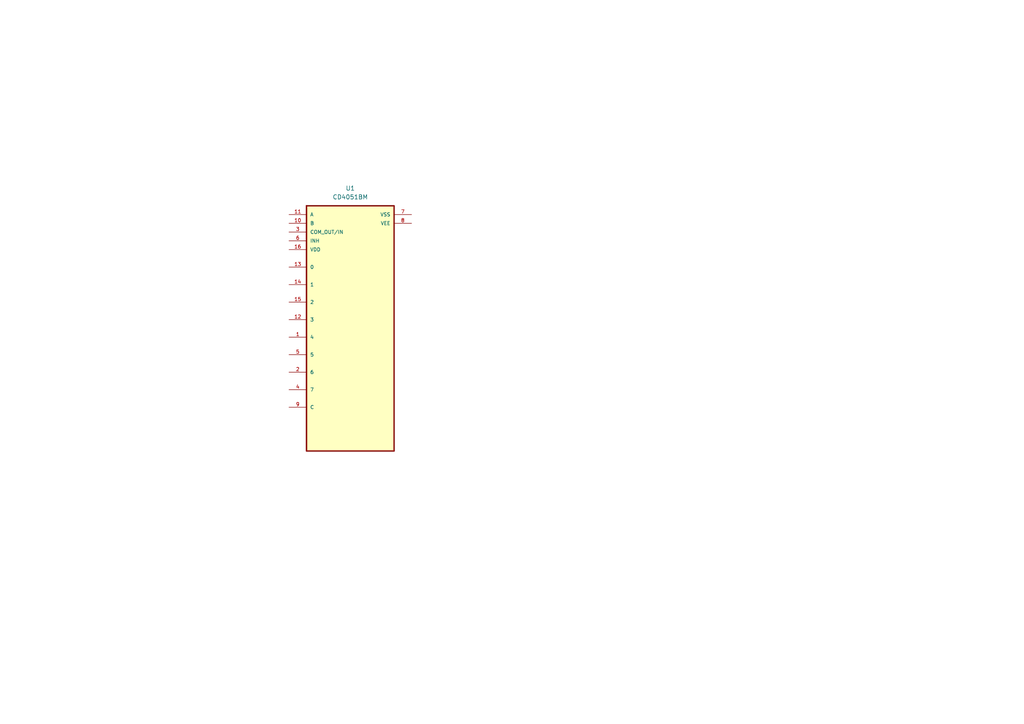
<source format=kicad_sch>
(kicad_sch (version 20250114) (generator "eeschema") (generator_version "9.0")
  (paper "A4")
  (lib_symbols
    (symbol "Galerna:CD4051BM" (pin_names (offset 1.016))
      (property "Reference" "U" (at -12.7 36.56 0))
      (property "Value" "CD4051BM" (at -12.7 -39.56 0))
      (symbol "CD4051BM_0_0"
        (rectangle (start -12.7 35.56) (end 12.7 -35.56) (stroke (width 0.41)) (fill (type background)))
        (pin input line (at -17.78 33.02 0) (length 5.08) (name "A") (number "11"))
        (pin input line (at -17.78 30.48 0) (length 5.08) (name "B") (number "10"))
        (pin input line (at -17.78 27.94 0) (length 5.08) (name "COM_OUT/IN") (number "3"))
        (pin input line (at -17.78 25.4 0) (length 5.08) (name "INH") (number "6"))
        (pin input line (at -17.78 22.86 0) (length 5.08) (name "VDD") (number "16"))
        (pin bidirectional line (at -17.78 17.78 0) (length 5.08) (name "0") (number "13"))
        (pin bidirectional line (at -17.78 12.7 0) (length 5.08) (name "1") (number "14"))
        (pin bidirectional line (at -17.78 7.62 0) (length 5.08) (name "2") (number "15"))
        (pin bidirectional line (at -17.78 2.54 0) (length 5.08) (name "3") (number "12"))
        (pin bidirectional line (at -17.78 -2.54 0) (length 5.08) (name "4") (number "1"))
        (pin bidirectional line (at -17.78 -7.62 0) (length 5.08) (name "5") (number "5"))
        (pin bidirectional line (at -17.78 -12.7 0) (length 5.08) (name "6") (number "2"))
        (pin bidirectional line (at -17.78 -17.78 0) (length 5.08) (name "7") (number "4"))
        (pin bidirectional line (at -17.78 -22.86 0) (length 5.08) (name "C") (number "9"))
        (pin power_in line (at 17.78 33.02 180) (length 5.08) (name "VSS") (number "7"))
        (pin power_in line (at 17.78 30.48 180) (length 5.08) (name "VEE") (number "8"))
      )
    )
  )
  (symbol (lib_id "Galerna:CD4051BM") (at 101.6 95.25 0) (unit 1)
    (property "Reference" "U1" (at 101.6 54.61 0))
    (property "Value" "CD4051BM" (at 101.6 57.15 0))
    (property "Footprint" "Galerna:SOIC127P600X175-16N" (effects (hide yes)))
    (property "MF" "Texas Instruments" (effects (hide yes)))
    (property "Description_1" "20-V, 8:1, 1-channel analog multiplexer with logic-level conversion" (effects (hide yes)))
    (property "Package" "SOIC-16 Texas Instruments" (effects (hide yes)))
    (property "Purchase-URL" "https://www.snapeda.com/api/url_track_click_mouser/?unipart_id=280286&manufacturer=Texas Instruments&part_name=CD4051BM&search_term=cd4051b" (effects (hide yes)))
    (property "SnapEDA_Link" "https://www.snapeda.com/parts/CD4051BM/Texas+Instruments/view-part/?ref=snap" (effects (hide yes)))
    (property "MP" "CD4051BM" (effects (hide yes)))
    (property "RS_Components_6622647P_Purchase_URL" "https://www.snapeda.com/api/url_track_click/https%253A//uk.rs-online.com/web/p/multiplexer-demultiplexer-ics/6622647p//%253Futm_campaign%253Dbuynow%2526utm_medium%253Daggregator%2526utm_source%253Dsnapeda%2526cm_mmc%253Daff-_-uk-_-snapeda-_-6622647P/?unipart_id=280286&manufacturer=Texas Instruments&part_name=CD4051BM&search_term=cd4051b" (effects (hide yes)))
    (property "RS_Components_1219200_Purchase_URL" "https://www.snapeda.com/api/url_track_click/https%253A//uk.rs-online.com/web/p/multiplexer-demultiplexer-ics/1219200//%253Futm_campaign%253Dbuynow%2526utm_medium%253Daggregator%2526utm_source%253Dsnapeda%2526cm_mmc%253Daff-_-uk-_-snapeda-_-1219200/?unipart_id=280286&manufacturer=Texas Instruments&part_name=CD4051BM&search_term=cd4051b" (effects (hide yes)))
    (property "RS_Components_6622647_Purchase_URL" "https://www.snapeda.com/api/url_track_click/https%253A//uk.rs-online.com/web/p/multiplexer-demultiplexer-ics/6622647//%253Futm_campaign%253Dbuynow%2526utm_medium%253Daggregator%2526utm_source%253Dsnapeda%2526cm_mmc%253Daff-_-uk-_-snapeda-_-6622647/?unipart_id=280286&manufacturer=Texas Instruments&part_name=CD4051BM&search_term=cd4051b" (effects (hide yes)))
    (property "Check_prices" "https://www.snapeda.com/parts/CD4051BM/Texas+Instruments/view-part/?ref=eda" (effects (hide yes)))
  )
)
</source>
